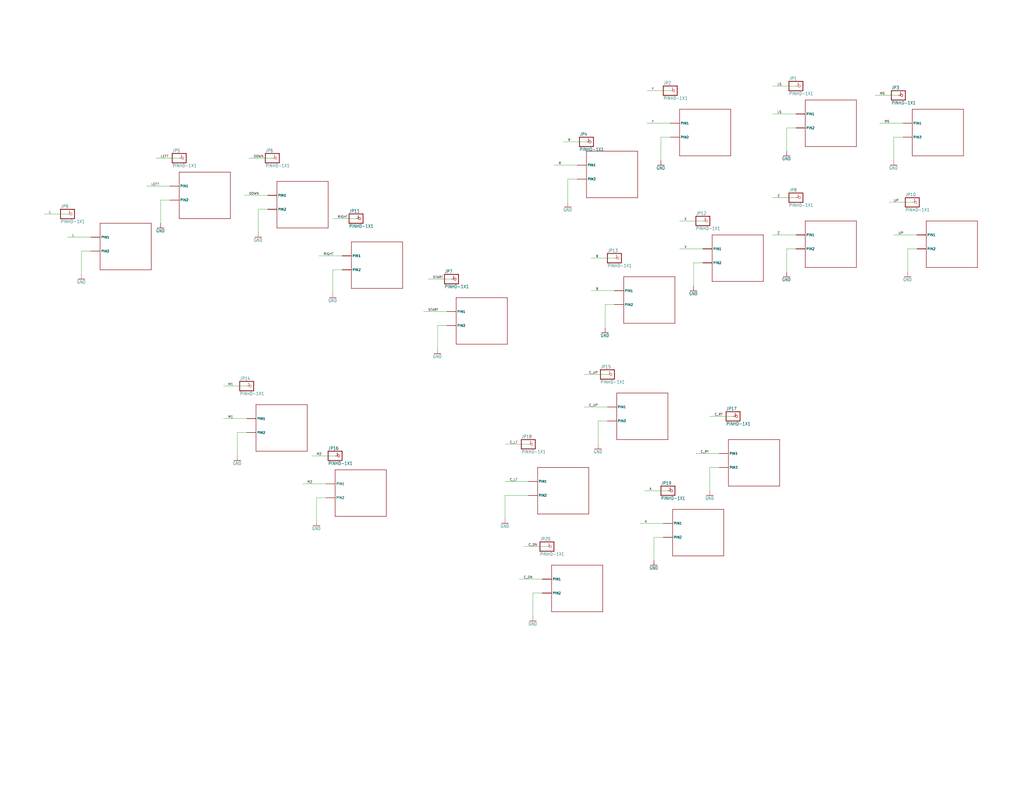
<source format=kicad_sch>
(kicad_sch (version 20230121) (generator eeschema)
  (paper "C")
  (lib_symbols
    (symbol "OF1 v1-eagle-import:GND" (power)
      (property "Value" "GND" (at -2.54 -2.54 0))
      (symbol "GND_1_0"
        (polyline (pts (xy -1.905 0) (xy 1.905 0)) (stroke (width 0.254)))
        (pin power_in line (at 0 2.54 270) (length 2.54) (name "GND") (number "1"))
      )
    )
    (symbol "OF1 v1-eagle-import:MX-B"
      (symbol "MX-B_1_0"
        (polyline (pts (xy -78.74 -2.54) (xy -78.74 22.86)) (stroke (width 0.254)))
        (polyline (pts (xy -78.74 22.86) (xy -50.8 22.86)) (stroke (width 0.254)))
        (polyline (pts (xy -50.8 -2.54) (xy -78.74 -2.54)) (stroke (width 0.254)))
        (polyline (pts (xy -50.8 22.86) (xy -50.8 -2.54)) (stroke (width 0.254)))
        (pin bidirectional line (at -83.82 7.62 0) (length 5.08) (name "PIN2") (number "P$1"))
        (pin bidirectional line (at -83.82 15.24 0) (length 5.08) (name "PIN1") (number "P$2"))
        (pin bidirectional line (at -83.82 15.24 0) (length 5.08) (name "PIN1") (number "P$3"))
        (pin bidirectional line (at -83.82 7.62 0) (length 5.08) (name "PIN2") (number "P$4"))
      )
    )
    (symbol "OF1 v1-eagle-import:PINHD-1X1"
      (property "Reference" "JP" (at -6.35 3.175 0))
      (property "Value" "PINHD-1X1" (at -6.35 -5.08 0))
      (symbol "PINHD-1X1_1_0"
        (polyline (pts (xy -6.35 -2.54) (xy 1.27 -2.54)) (stroke (width 0.4064)))
        (polyline (pts (xy -6.35 2.54) (xy -6.35 -2.54)) (stroke (width 0.4064)))
        (polyline (pts (xy 1.27 -2.54) (xy 1.27 2.54)) (stroke (width 0.4064)))
        (polyline (pts (xy 1.27 2.54) (xy -6.35 2.54)) (stroke (width 0.4064)))
        (pin passive inverted (at -2.54 0 0) (length 2.54) (name "1") (number "1"))
      )
    )
  )
  (wire (pts (xy 495.3 135.89) (xy 495.3 148.59)))
  (wire (pts (xy 392.43 247.65) (xy 379.73 247.65)))
  (wire (pts (xy 134.62 236.22) (xy 129.54 236.22)))
  (wire (pts (xy 335.28 140.97) (xy 322.58 140.97)))
  (wire (pts (xy 288.29 242.57) (xy 275.59 242.57)))
  (wire (pts (xy 497.84 110.49) (xy 485.14 110.49)))
  (wire (pts (xy 383.54 135.89) (xy 370.84 135.89)))
  (wire (pts (xy 295.91 323.85) (xy 290.83 323.85)))
  (wire (pts (xy 298.45 298.45) (xy 285.75 298.45)))
  (wire (pts (xy 365.76 74.93) (xy 360.68 74.93)))
  (wire (pts (xy 36.83 116.84) (xy 24.13 116.84)))
  (wire (pts (xy 400.05 227.33) (xy 387.35 227.33)))
  (wire (pts (xy 129.54 236.22) (xy 129.54 248.92)))
  (wire (pts (xy 392.43 255.27) (xy 387.35 255.27)))
  (wire (pts (xy 172.72 271.78) (xy 172.72 284.48)))
  (wire (pts (xy 434.34 62.23) (xy 421.64 62.23)))
  (wire (pts (xy 134.62 228.6) (xy 121.92 228.6)))
  (wire (pts (xy 146.05 114.3) (xy 140.97 114.3)))
  (wire (pts (xy 490.22 52.07) (xy 477.52 52.07)))
  (wire (pts (xy 92.71 109.22) (xy 87.63 109.22)))
  (wire (pts (xy 331.47 204.47) (xy 318.77 204.47)))
  (wire (pts (xy 500.38 128.27) (xy 487.68 128.27)))
  (wire (pts (xy 182.88 248.92) (xy 170.18 248.92)))
  (wire (pts (xy 246.38 152.4) (xy 233.68 152.4)))
  (wire (pts (xy 243.84 170.18) (xy 231.14 170.18)))
  (wire (pts (xy 186.69 147.32) (xy 181.61 147.32)))
  (wire (pts (xy 238.76 177.8) (xy 238.76 190.5)))
  (wire (pts (xy 360.68 74.93) (xy 360.68 87.63)))
  (wire (pts (xy 330.2 166.37) (xy 330.2 179.07)))
  (wire (pts (xy 181.61 147.32) (xy 181.61 160.02)))
  (wire (pts (xy 434.34 69.85) (xy 429.26 69.85)))
  (wire (pts (xy 434.34 107.95) (xy 421.64 107.95)))
  (wire (pts (xy 429.26 135.89) (xy 429.26 148.59)))
  (wire (pts (xy 378.46 143.51) (xy 378.46 156.21)))
  (wire (pts (xy 140.97 114.3) (xy 140.97 127)))
  (wire (pts (xy 365.76 49.53) (xy 353.06 49.53)))
  (wire (pts (xy 434.34 128.27) (xy 421.64 128.27)))
  (wire (pts (xy 44.45 137.16) (xy 44.45 149.86)))
  (wire (pts (xy 290.83 323.85) (xy 290.83 336.55)))
  (wire (pts (xy 320.04 77.47) (xy 307.34 77.47)))
  (wire (pts (xy 295.91 316.23) (xy 283.21 316.23)))
  (wire (pts (xy 331.47 222.25) (xy 318.77 222.25)))
  (wire (pts (xy 361.95 285.75) (xy 349.25 285.75)))
  (wire (pts (xy 335.28 166.37) (xy 330.2 166.37)))
  (wire (pts (xy 434.34 46.99) (xy 421.64 46.99)))
  (wire (pts (xy 434.34 135.89) (xy 429.26 135.89)))
  (wire (pts (xy 49.53 137.16) (xy 44.45 137.16)))
  (wire (pts (xy 326.39 229.87) (xy 326.39 242.57)))
  (wire (pts (xy 49.53 129.54) (xy 36.83 129.54)))
  (wire (pts (xy 148.59 86.36) (xy 135.89 86.36)))
  (wire (pts (xy 194.31 119.38) (xy 181.61 119.38)))
  (wire (pts (xy 92.71 101.6) (xy 80.01 101.6)))
  (wire (pts (xy 97.79 86.36) (xy 85.09 86.36)))
  (wire (pts (xy 429.26 69.85) (xy 429.26 82.55)))
  (wire (pts (xy 500.38 135.89) (xy 495.3 135.89)))
  (wire (pts (xy 146.05 106.68) (xy 133.35 106.68)))
  (wire (pts (xy 309.88 97.79) (xy 309.88 110.49)))
  (wire (pts (xy 335.28 158.75) (xy 322.58 158.75)))
  (wire (pts (xy 134.62 210.82) (xy 121.92 210.82)))
  (wire (pts (xy 356.87 293.37) (xy 356.87 306.07)))
  (wire (pts (xy 383.54 143.51) (xy 378.46 143.51)))
  (wire (pts (xy 186.69 139.7) (xy 173.99 139.7)))
  (wire (pts (xy 243.84 177.8) (xy 238.76 177.8)))
  (wire (pts (xy 361.95 293.37) (xy 356.87 293.37)))
  (wire (pts (xy 487.68 74.93) (xy 487.68 87.63)))
  (wire (pts (xy 314.96 97.79) (xy 309.88 97.79)))
  (wire (pts (xy 177.8 271.78) (xy 172.72 271.78)))
  (wire (pts (xy 383.54 120.65) (xy 370.84 120.65)))
  (wire (pts (xy 177.8 264.16) (xy 165.1 264.16)))
  (wire (pts (xy 331.47 229.87) (xy 326.39 229.87)))
  (wire (pts (xy 275.59 270.51) (xy 275.59 283.21)))
  (wire (pts (xy 288.29 262.89) (xy 275.59 262.89)))
  (wire (pts (xy 288.29 270.51) (xy 275.59 270.51)))
  (wire (pts (xy 387.35 255.27) (xy 387.35 267.97)))
  (wire (pts (xy 364.49 267.97) (xy 351.79 267.97)))
  (wire (pts (xy 365.76 67.31) (xy 353.06 67.31)))
  (wire (pts (xy 492.76 67.31) (xy 480.06 67.31)))
  (wire (pts (xy 87.63 109.22) (xy 87.63 121.92)))
  (wire (pts (xy 314.96 90.17) (xy 302.26 90.17)))
  (wire (pts (xy 492.76 74.93) (xy 487.68 74.93)))
  (label "M1" (at 124.46 210.82 0) (effects (font (size 1.2446 1.2446))))
  (label "C_UP" (at 321.31 204.47 0) (effects (font (size 1.2446 1.2446))))
  (label "RIGHT" (at 184.15 119.38 0) (effects (font (size 1.2446 1.2446))))
  (label "DOWN" (at 138.43 86.36 0) (effects (font (size 1.2446 1.2446))))
  (label "C_DN" (at 288.29 298.45 0) (effects (font (size 1.2446 1.2446))))
  (label "LEFT" (at 82.55 101.6 0) (effects (font (size 1.2446 1.2446))))
  (label "C_LT" (at 278.13 242.57 0) (effects (font (size 1.2446 1.2446))))
  (label "Z" (at 424.18 128.27 0) (effects (font (size 1.2446 1.2446))))
  (label "Y" (at 355.6 49.53 0) (effects (font (size 1.2446 1.2446))))
  (label "A" (at 354.33 267.97 0) (effects (font (size 1.2446 1.2446))))
  (label "R" (at 309.88 77.47 0) (effects (font (size 1.2446 1.2446))))
  (label "Y" (at 355.6 67.31 0) (effects (font (size 1.2446 1.2446))))
  (label "LEFT" (at 87.63 86.36 0) (effects (font (size 1.2446 1.2446))))
  (label "LS" (at 424.18 62.23 0) (effects (font (size 1.2446 1.2446))))
  (label "C_UP" (at 321.31 222.25 0) (effects (font (size 1.2446 1.2446))))
  (label "M1" (at 124.46 228.6 0) (effects (font (size 1.2446 1.2446))))
  (label "X" (at 373.38 135.89 0) (effects (font (size 1.2446 1.2446))))
  (label "B" (at 325.12 140.97 0) (effects (font (size 1.2446 1.2446))))
  (label "MS" (at 482.6 67.31 0) (effects (font (size 1.2446 1.2446))))
  (label "UP" (at 490.22 128.27 0) (effects (font (size 1.2446 1.2446))))
  (label "C_LT" (at 278.13 262.89 0) (effects (font (size 1.2446 1.2446))))
  (label "C_RT" (at 382.27 247.65 0) (effects (font (size 1.2446 1.2446))))
  (label "B" (at 325.12 158.75 0) (effects (font (size 1.2446 1.2446))))
  (label "X" (at 373.38 120.65 0) (effects (font (size 1.2446 1.2446))))
  (label "UP" (at 487.68 110.49 0) (effects (font (size 1.2446 1.2446))))
  (label "MS" (at 480.06 52.07 0) (effects (font (size 1.2446 1.2446))))
  (label "L" (at 26.67 116.84 0) (effects (font (size 1.2446 1.2446))))
  (label "DOWN" (at 135.89 106.68 0) (effects (font (size 1.2446 1.2446))))
  (label "LS" (at 424.18 46.99 0) (effects (font (size 1.2446 1.2446))))
  (label "A" (at 351.79 285.75 0) (effects (font (size 1.2446 1.2446))))
  (label "Z" (at 424.18 107.95 0) (effects (font (size 1.2446 1.2446))))
  (label "M2" (at 167.64 264.16 0) (effects (font (size 1.2446 1.2446))))
  (label "L" (at 39.37 129.54 0) (effects (font (size 1.2446 1.2446))))
  (label "START" (at 233.68 170.18 0) (effects (font (size 1.2446 1.2446))))
  (label "C_DN" (at 285.75 316.23 0) (effects (font (size 1.2446 1.2446))))
  (label "R" (at 304.8 90.17 0) (effects (font (size 1.2446 1.2446))))
  (label "RIGHT" (at 176.53 139.7 0) (effects (font (size 1.2446 1.2446))))
  (label "M2" (at 172.72 248.92 0) (effects (font (size 1.2446 1.2446))))
  (label "C_RT" (at 389.89 227.33 0) (effects (font (size 1.2446 1.2446))))
  (label "START" (at 236.22 152.4 0) (effects (font (size 1.2446 1.2446))))
  (symbol (lib_id "OF1 v1-eagle-import:GND") (at 326.39 245.11 0) (unit 1)
    (property "Reference" "#GND015" (effects hide))
    (property "Value" "GND" (at 323.85 247.65 0) (effects (font (size 1.778 1.5113)) (justify left bottom)))
    (property "Footprint" "OF1 v1:" (effects hide))
  )
  (symbol (lib_id "OF1 v1-eagle-import:PINHD-1X1") (at 334.01 204.47 0) (unit 1)
    (property "Reference" "JP15" (at 327.66 201.295 0) (effects (font (size 1.778 1.5113)) (justify left bottom)))
    (property "Value" "PINHD-1X1" (at 327.66 209.55 0) (effects (font (size 1.778 1.5113)) (justify left bottom)))
    (property "Footprint" "OF1 v1:1X01" (effects hide))
  )
  (symbol (lib_id "OF1 v1-eagle-import:PINHD-1X1") (at 500.38 110.49 0) (unit 1)
    (property "Reference" "JP10" (at 494.03 107.315 0) (effects (font (size 1.778 1.5113)) (justify left bottom)))
    (property "Value" "PINHD-1X1" (at 494.03 115.57 0) (effects (font (size 1.778 1.5113)) (justify left bottom)))
    (property "Footprint" "OF1 v1:1X01" (effects hide))
  )
  (symbol (lib_id "OF1 v1-eagle-import:MX-B") (at 445.77 300.99 0) (unit 1)
    (property "Reference" "U$19" (effects hide))
    (property "Value" "MX-B" (effects hide))
    (property "Footprint" "OF1 v1:MX-BOTH" (effects hide))
  )
  (symbol (lib_id "OF1 v1-eagle-import:PINHD-1X1") (at 248.92 152.4 0) (unit 1)
    (property "Reference" "JP7" (at 242.57 149.225 0) (effects (font (size 1.778 1.5113)) (justify left bottom)))
    (property "Value" "PINHD-1X1" (at 242.57 157.48 0) (effects (font (size 1.778 1.5113)) (justify left bottom)))
    (property "Footprint" "OF1 v1:1X01" (effects hide))
  )
  (symbol (lib_id "OF1 v1-eagle-import:MX-B") (at 261.62 279.4 0) (unit 1)
    (property "Reference" "U$16" (effects hide))
    (property "Value" "MX-B" (effects hide))
    (property "Footprint" "OF1 v1:MX-BOTH" (effects hide))
  )
  (symbol (lib_id "OF1 v1-eagle-import:MX-B") (at 379.73 331.47 0) (unit 1)
    (property "Reference" "U$20" (effects hide))
    (property "Value" "MX-B" (effects hide))
    (property "Footprint" "OF1 v1:MX-BOTH" (effects hide))
  )
  (symbol (lib_id "OF1 v1-eagle-import:PINHD-1X1") (at 367.03 267.97 0) (unit 1)
    (property "Reference" "JP19" (at 360.68 264.795 0) (effects (font (size 1.778 1.5113)) (justify left bottom)))
    (property "Value" "PINHD-1X1" (at 360.68 273.05 0) (effects (font (size 1.778 1.5113)) (justify left bottom)))
    (property "Footprint" "OF1 v1:1X01" (effects hide))
  )
  (symbol (lib_id "OF1 v1-eagle-import:GND") (at 360.68 90.17 0) (unit 1)
    (property "Reference" "#GND02" (effects hide))
    (property "Value" "GND" (at 358.14 92.71 0) (effects (font (size 1.778 1.5113)) (justify left bottom)))
    (property "Footprint" "OF1 v1:" (effects hide))
  )
  (symbol (lib_id "OF1 v1-eagle-import:GND") (at 290.83 339.09 0) (unit 1)
    (property "Reference" "#GND020" (effects hide))
    (property "Value" "GND" (at 288.29 341.63 0) (effects (font (size 1.778 1.5113)) (justify left bottom)))
    (property "Footprint" "OF1 v1:" (effects hide))
  )
  (symbol (lib_id "OF1 v1-eagle-import:GND") (at 129.54 251.46 0) (unit 1)
    (property "Reference" "#GND014" (effects hide))
    (property "Value" "GND" (at 127 254 0) (effects (font (size 1.778 1.5113)) (justify left bottom)))
    (property "Footprint" "OF1 v1:" (effects hide))
  )
  (symbol (lib_id "OF1 v1-eagle-import:GND") (at 140.97 129.54 0) (unit 1)
    (property "Reference" "#GND06" (effects hide))
    (property "Value" "GND" (at 138.43 132.08 0) (effects (font (size 1.778 1.5113)) (justify left bottom)))
    (property "Footprint" "OF1 v1:" (effects hide))
  )
  (symbol (lib_id "OF1 v1-eagle-import:MX-B") (at 270.51 154.94 0) (unit 1)
    (property "Reference" "U$11" (effects hide))
    (property "Value" "MX-B" (effects hide))
    (property "Footprint" "OF1 v1:MX-BOTH" (effects hide))
  )
  (symbol (lib_id "OF1 v1-eagle-import:PINHD-1X1") (at 300.99 298.45 0) (unit 1)
    (property "Reference" "JP20" (at 294.64 295.275 0) (effects (font (size 1.778 1.5113)) (justify left bottom)))
    (property "Value" "PINHD-1X1" (at 294.64 303.53 0) (effects (font (size 1.778 1.5113)) (justify left bottom)))
    (property "Footprint" "OF1 v1:1X01" (effects hide))
  )
  (symbol (lib_id "OF1 v1-eagle-import:PINHD-1X1") (at 402.59 227.33 0) (unit 1)
    (property "Reference" "JP17" (at 396.24 224.155 0) (effects (font (size 1.778 1.5113)) (justify left bottom)))
    (property "Value" "PINHD-1X1" (at 396.24 232.41 0) (effects (font (size 1.778 1.5113)) (justify left bottom)))
    (property "Footprint" "OF1 v1:1X01" (effects hide))
  )
  (symbol (lib_id "OF1 v1-eagle-import:MX-B") (at 176.53 116.84 0) (unit 1)
    (property "Reference" "U$5" (effects hide))
    (property "Value" "MX-B" (effects hide))
    (property "Footprint" "OF1 v1:MX-BOTH" (effects hide))
  )
  (symbol (lib_id "OF1 v1-eagle-import:GND") (at 44.45 152.4 0) (unit 1)
    (property "Reference" "#GND08" (effects hide))
    (property "Value" "GND" (at 41.91 154.94 0) (effects (font (size 1.778 1.5113)) (justify left bottom)))
    (property "Footprint" "OF1 v1:" (effects hide))
  )
  (symbol (lib_id "OF1 v1-eagle-import:PINHD-1X1") (at 196.85 119.38 0) (unit 1)
    (property "Reference" "JP11" (at 190.5 116.205 0) (effects (font (size 1.778 1.5113)) (justify left bottom)))
    (property "Value" "PINHD-1X1" (at 190.5 124.46 0) (effects (font (size 1.778 1.5113)) (justify left bottom)))
    (property "Footprint" "OF1 v1:1X01" (effects hide))
  )
  (symbol (lib_id "OF1 v1-eagle-import:MX-B") (at 449.58 82.55 0) (unit 1)
    (property "Reference" "U$2" (effects hide))
    (property "Value" "MX-B" (effects hide))
    (property "Footprint" "OF1 v1:MX-BOTH" (effects hide))
  )
  (symbol (lib_id "OF1 v1-eagle-import:MX-B") (at 467.36 151.13 0) (unit 1)
    (property "Reference" "U$12" (effects hide))
    (property "Value" "MX-B" (effects hide))
    (property "Footprint" "OF1 v1:MX-BOTH" (effects hide))
  )
  (symbol (lib_id "OF1 v1-eagle-import:MX-B") (at 518.16 77.47 0) (unit 1)
    (property "Reference" "U$1" (effects hide))
    (property "Value" "MX-B" (effects hide))
    (property "Footprint" "OF1 v1:MX-BOTH" (effects hide))
  )
  (symbol (lib_id "OF1 v1-eagle-import:MX-B") (at 419.1 173.99 0) (unit 1)
    (property "Reference" "U$13" (effects hide))
    (property "Value" "MX-B" (effects hide))
    (property "Footprint" "OF1 v1:MX-BOTH" (effects hide))
  )
  (symbol (lib_id "OF1 v1-eagle-import:PINHD-1X1") (at 290.83 242.57 0) (unit 1)
    (property "Reference" "JP18" (at 284.48 239.395 0) (effects (font (size 1.778 1.5113)) (justify left bottom)))
    (property "Value" "PINHD-1X1" (at 284.48 247.65 0) (effects (font (size 1.778 1.5113)) (justify left bottom)))
    (property "Footprint" "OF1 v1:1X01" (effects hide))
  )
  (symbol (lib_id "OF1 v1-eagle-import:MX-B") (at 398.78 105.41 0) (unit 1)
    (property "Reference" "U$4" (effects hide))
    (property "Value" "MX-B" (effects hide))
    (property "Footprint" "OF1 v1:MX-BOTH" (effects hide))
  )
  (symbol (lib_id "OF1 v1-eagle-import:MX-B") (at 229.87 121.92 0) (unit 1)
    (property "Reference" "U$6" (effects hide))
    (property "Value" "MX-B" (effects hide))
    (property "Footprint" "OF1 v1:MX-BOTH" (effects hide))
  )
  (symbol (lib_id "OF1 v1-eagle-import:GND") (at 487.68 90.17 0) (unit 1)
    (property "Reference" "#GND03" (effects hide))
    (property "Value" "GND" (at 485.14 92.71 0) (effects (font (size 1.778 1.5113)) (justify left bottom)))
    (property "Footprint" "OF1 v1:" (effects hide))
  )
  (symbol (lib_id "OF1 v1-eagle-import:MX-B") (at 218.44 243.84 0) (unit 1)
    (property "Reference" "U$14" (effects hide))
    (property "Value" "MX-B" (effects hide))
    (property "Footprint" "OF1 v1:MX-BOTH" (effects hide))
  )
  (symbol (lib_id "OF1 v1-eagle-import:PINHD-1X1") (at 151.13 86.36 0) (unit 1)
    (property "Reference" "JP6" (at 144.78 83.185 0) (effects (font (size 1.778 1.5113)) (justify left bottom)))
    (property "Value" "PINHD-1X1" (at 144.78 91.44 0) (effects (font (size 1.778 1.5113)) (justify left bottom)))
    (property "Footprint" "OF1 v1:1X01" (effects hide))
  )
  (symbol (lib_id "OF1 v1-eagle-import:GND") (at 275.59 285.75 0) (unit 1)
    (property "Reference" "#GND018" (effects hide))
    (property "Value" "GND" (at 273.05 288.29 0) (effects (font (size 1.778 1.5113)) (justify left bottom)))
    (property "Footprint" "OF1 v1:" (effects hide))
  )
  (symbol (lib_id "OF1 v1-eagle-import:GND") (at 356.87 308.61 0) (unit 1)
    (property "Reference" "#GND019" (effects hide))
    (property "Value" "GND" (at 354.33 311.15 0) (effects (font (size 1.778 1.5113)) (justify left bottom)))
    (property "Footprint" "OF1 v1:" (effects hide))
  )
  (symbol (lib_id "OF1 v1-eagle-import:PINHD-1X1") (at 185.42 248.92 0) (unit 1)
    (property "Reference" "JP16" (at 179.07 245.745 0) (effects (font (size 1.778 1.5113)) (justify left bottom)))
    (property "Value" "PINHD-1X1" (at 179.07 254 0) (effects (font (size 1.778 1.5113)) (justify left bottom)))
    (property "Footprint" "OF1 v1:1X01" (effects hide))
  )
  (symbol (lib_id "OF1 v1-eagle-import:GND") (at 429.26 85.09 0) (unit 1)
    (property "Reference" "#GND01" (effects hide))
    (property "Value" "GND" (at 426.72 87.63 0) (effects (font (size 1.778 1.5113)) (justify left bottom)))
    (property "Footprint" "OF1 v1:" (effects hide))
  )
  (symbol (lib_id "OF1 v1-eagle-import:PINHD-1X1") (at 137.16 210.82 0) (unit 1)
    (property "Reference" "JP14" (at 130.81 207.645 0) (effects (font (size 1.778 1.5113)) (justify left bottom)))
    (property "Value" "PINHD-1X1" (at 130.81 215.9 0) (effects (font (size 1.778 1.5113)) (justify left bottom)))
    (property "Footprint" "OF1 v1:1X01" (effects hide))
  )
  (symbol (lib_id "OF1 v1-eagle-import:PINHD-1X1") (at 337.82 140.97 0) (unit 1)
    (property "Reference" "JP13" (at 331.47 137.795 0) (effects (font (size 1.778 1.5113)) (justify left bottom)))
    (property "Value" "PINHD-1X1" (at 331.47 146.05 0) (effects (font (size 1.778 1.5113)) (justify left bottom)))
    (property "Footprint" "OF1 v1:1X01" (effects hide))
  )
  (symbol (lib_id "OF1 v1-eagle-import:MX-B") (at 327.66 185.42 0) (unit 1)
    (property "Reference" "U$7" (effects hide))
    (property "Value" "MX-B" (effects hide))
    (property "Footprint" "OF1 v1:MX-BOTH" (effects hide))
  )
  (symbol (lib_id "OF1 v1-eagle-import:MX-B") (at 133.35 144.78 0) (unit 1)
    (property "Reference" "U$8" (effects hide))
    (property "Value" "MX-B" (effects hide))
    (property "Footprint" "OF1 v1:MX-BOTH" (effects hide))
  )
  (symbol (lib_id "OF1 v1-eagle-import:GND") (at 387.35 270.51 0) (unit 1)
    (property "Reference" "#GND017" (effects hide))
    (property "Value" "GND" (at 384.81 273.05 0) (effects (font (size 1.778 1.5113)) (justify left bottom)))
    (property "Footprint" "OF1 v1:" (effects hide))
  )
  (symbol (lib_id "OF1 v1-eagle-import:MX-B") (at 518.16 143.51 0) (unit 1)
    (property "Reference" "U$9" (effects hide))
    (property "Value" "MX-B" (effects hide))
    (property "Footprint" "OF1 v1:MX-BOTH" (effects hide))
  )
  (symbol (lib_id "OF1 v1-eagle-import:PINHD-1X1") (at 39.37 116.84 0) (unit 1)
    (property "Reference" "JP9" (at 33.02 113.665 0) (effects (font (size 1.778 1.5113)) (justify left bottom)))
    (property "Value" "PINHD-1X1" (at 33.02 121.92 0) (effects (font (size 1.778 1.5113)) (justify left bottom)))
    (property "Footprint" "OF1 v1:1X01" (effects hide))
  )
  (symbol (lib_id "OF1 v1-eagle-import:MX-B") (at 415.29 237.49 0) (unit 1)
    (property "Reference" "U$15" (effects hide))
    (property "Value" "MX-B" (effects hide))
    (property "Footprint" "OF1 v1:MX-BOTH" (effects hide))
  )
  (symbol (lib_id "OF1 v1-eagle-import:GND") (at 429.26 151.13 0) (unit 1)
    (property "Reference" "#GND09" (effects hide))
    (property "Value" "GND" (at 426.72 153.67 0) (effects (font (size 1.778 1.5113)) (justify left bottom)))
    (property "Footprint" "OF1 v1:" (effects hide))
  )
  (symbol (lib_id "OF1 v1-eagle-import:GND") (at 87.63 124.46 0) (unit 1)
    (property "Reference" "#GND05" (effects hide))
    (property "Value" "GND" (at 85.09 127 0) (effects (font (size 1.778 1.5113)) (justify left bottom)))
    (property "Footprint" "OF1 v1:" (effects hide))
  )
  (symbol (lib_id "OF1 v1-eagle-import:MX-B") (at 476.25 262.89 0) (unit 1)
    (property "Reference" "U$17" (effects hide))
    (property "Value" "MX-B" (effects hide))
    (property "Footprint" "OF1 v1:MX-BOTH" (effects hide))
  )
  (symbol (lib_id "OF1 v1-eagle-import:GND") (at 330.2 181.61 0) (unit 1)
    (property "Reference" "#GND013" (effects hide))
    (property "Value" "GND" (at 327.66 184.15 0) (effects (font (size 1.778 1.5113)) (justify left bottom)))
    (property "Footprint" "OF1 v1:" (effects hide))
  )
  (symbol (lib_id "OF1 v1-eagle-import:PINHD-1X1") (at 436.88 46.99 0) (unit 1)
    (property "Reference" "JP1" (at 430.53 43.815 0) (effects (font (size 1.778 1.5113)) (justify left bottom)))
    (property "Value" "PINHD-1X1" (at 430.53 52.07 0) (effects (font (size 1.778 1.5113)) (justify left bottom)))
    (property "Footprint" "OF1 v1:1X01" (effects hide))
  )
  (symbol (lib_id "OF1 v1-eagle-import:PINHD-1X1") (at 100.33 86.36 0) (unit 1)
    (property "Reference" "JP5" (at 93.98 83.185 0) (effects (font (size 1.778 1.5113)) (justify left bottom)))
    (property "Value" "PINHD-1X1" (at 93.98 91.44 0) (effects (font (size 1.778 1.5113)) (justify left bottom)))
    (property "Footprint" "OF1 v1:1X01" (effects hide))
  )
  (symbol (lib_id "OF1 v1-eagle-import:MX-B") (at 576.58 82.55 0) (unit 1)
    (property "Reference" "U$3" (effects hide))
    (property "Value" "MX-B" (effects hide))
    (property "Footprint" "OF1 v1:MX-BOTH" (effects hide))
  )
  (symbol (lib_id "OF1 v1-eagle-import:PINHD-1X1") (at 436.88 107.95 0) (unit 1)
    (property "Reference" "JP8" (at 430.53 104.775 0) (effects (font (size 1.778 1.5113)) (justify left bottom)))
    (property "Value" "PINHD-1X1" (at 430.53 113.03 0) (effects (font (size 1.778 1.5113)) (justify left bottom)))
    (property "Footprint" "OF1 v1:1X01" (effects hide))
  )
  (symbol (lib_id "OF1 v1-eagle-import:GND") (at 378.46 158.75 0) (unit 1)
    (property "Reference" "#GND012" (effects hide))
    (property "Value" "GND" (at 375.92 161.29 0) (effects (font (size 1.778 1.5113)) (justify left bottom)))
    (property "Footprint" "OF1 v1:" (effects hide))
  )
  (symbol (lib_id "OF1 v1-eagle-import:GND") (at 495.3 151.13 0) (unit 1)
    (property "Reference" "#GND010" (effects hide))
    (property "Value" "GND" (at 492.76 153.67 0) (effects (font (size 1.778 1.5113)) (justify left bottom)))
    (property "Footprint" "OF1 v1:" (effects hide))
  )
  (symbol (lib_id "OF1 v1-eagle-import:GND") (at 309.88 113.03 0) (unit 1)
    (property "Reference" "#GND04" (effects hide))
    (property "Value" "GND" (at 307.34 115.57 0) (effects (font (size 1.778 1.5113)) (justify left bottom)))
    (property "Footprint" "OF1 v1:" (effects hide))
  )
  (symbol (lib_id "OF1 v1-eagle-import:PINHD-1X1") (at 368.3 49.53 0) (unit 1)
    (property "Reference" "JP2" (at 361.95 46.355 0) (effects (font (size 1.778 1.5113)) (justify left bottom)))
    (property "Value" "PINHD-1X1" (at 361.95 54.61 0) (effects (font (size 1.778 1.5113)) (justify left bottom)))
    (property "Footprint" "OF1 v1:1X01" (effects hide))
  )
  (symbol (lib_id "OF1 v1-eagle-import:MX-B") (at 372.11 278.13 0) (unit 1)
    (property "Reference" "U$18" (effects hide))
    (property "Value" "MX-B" (effects hide))
    (property "Footprint" "OF1 v1:MX-BOTH" (effects hide))
  )
  (symbol (lib_id "OF1 v1-eagle-import:GND") (at 181.61 162.56 0) (unit 1)
    (property "Reference" "#GND011" (effects hide))
    (property "Value" "GND" (at 179.07 165.1 0) (effects (font (size 1.778 1.5113)) (justify left bottom)))
    (property "Footprint" "OF1 v1:" (effects hide))
  )
  (symbol (lib_id "OF1 v1-eagle-import:PINHD-1X1") (at 492.76 52.07 0) (unit 1)
    (property "Reference" "JP3" (at 486.41 48.895 0) (effects (font (size 1.778 1.5113)) (justify left bottom)))
    (property "Value" "PINHD-1X1" (at 486.41 57.15 0) (effects (font (size 1.778 1.5113)) (justify left bottom)))
    (property "Footprint" "OF1 v1:1X01" (effects hide))
  )
  (symbol (lib_id "OF1 v1-eagle-import:PINHD-1X1") (at 386.08 120.65 0) (unit 1)
    (property "Reference" "JP12" (at 379.73 117.475 0) (effects (font (size 1.778 1.5113)) (justify left bottom)))
    (property "Value" "PINHD-1X1" (at 379.73 125.73 0) (effects (font (size 1.778 1.5113)) (justify left bottom)))
    (property "Footprint" "OF1 v1:1X01" (effects hide))
  )
  (symbol (lib_id "OF1 v1-eagle-import:GND") (at 238.76 193.04 0) (unit 1)
    (property "Reference" "#GND07" (effects hide))
    (property "Value" "GND" (at 236.22 195.58 0) (effects (font (size 1.778 1.5113)) (justify left bottom)))
    (property "Footprint" "OF1 v1:" (effects hide))
  )
  (symbol (lib_id "OF1 v1-eagle-import:MX-B") (at 584.2 143.51 0) (unit 1)
    (property "Reference" "U$10" (effects hide))
    (property "Value" "MX-B" (effects hide))
    (property "Footprint" "OF1 v1:MX-BOTH" (effects hide))
  )
  (symbol (lib_id "OF1 v1-eagle-import:GND") (at 172.72 287.02 0) (unit 1)
    (property "Reference" "#GND016" (effects hide))
    (property "Value" "GND" (at 170.18 289.56 0) (effects (font (size 1.778 1.5113)) (justify left bottom)))
    (property "Footprint" "OF1 v1:" (effects hide))
  )
  (symbol (lib_id "OF1 v1-eagle-import:PINHD-1X1") (at 322.58 77.47 0) (unit 1)
    (property "Reference" "JP4" (at 316.23 74.295 0) (effects (font (size 1.778 1.5113)) (justify left bottom)))
    (property "Value" "PINHD-1X1" (at 316.23 82.55 0) (effects (font (size 1.778 1.5113)) (justify left bottom)))
    (property "Footprint" "OF1 v1:1X01" (effects hide))
  )
)
</source>
